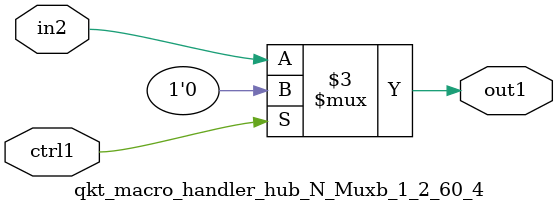
<source format=v>

`timescale 1ps / 1ps


module qkt_macro_handler_hub_N_Muxb_1_2_60_4( in2, ctrl1, out1 );

    input in2;
    input ctrl1;
    output out1;
    reg out1;

    
    // rtl_process:qkt_macro_handler_hub_N_Muxb_1_2_60_4/qkt_macro_handler_hub_N_Muxb_1_2_60_4_thread_1
    always @*
      begin : qkt_macro_handler_hub_N_Muxb_1_2_60_4_thread_1
        case (ctrl1) 
          1'b1: 
            begin
              out1 = 1'b0;
            end
          default: 
            begin
              out1 = in2;
            end
        endcase
      end

endmodule





</source>
